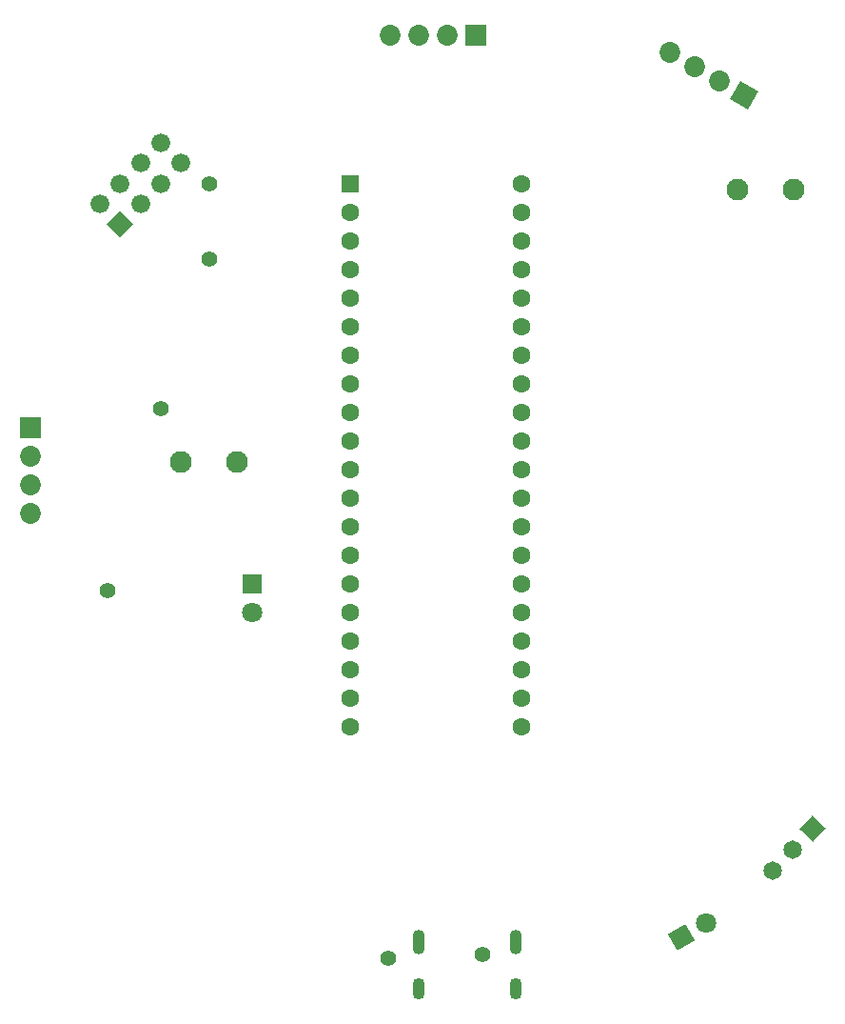
<source format=gbs>
G04*
G04 #@! TF.GenerationSoftware,Altium Limited,Altium Designer,24.6.1 (21)*
G04*
G04 Layer_Color=16711935*
%FSLAX25Y25*%
%MOIN*%
G70*
G04*
G04 #@! TF.SameCoordinates,14203EA7-49FE-442F-A609-4801219AAA54*
G04*
G04*
G04 #@! TF.FilePolarity,Negative*
G04*
G01*
G75*
%ADD42P,0.10314X4X195.0*%
%ADD43C,0.07293*%
%ADD44R,0.07293X0.07293*%
%ADD45R,0.07293X0.07293*%
G04:AMPARAMS|DCode=46|XSize=70.93mil|YSize=66mil|CornerRadius=0mil|HoleSize=0mil|Usage=FLASHONLY|Rotation=30.000|XOffset=0mil|YOffset=0mil|HoleType=Round|Shape=Rectangle|*
%AMROTATEDRECTD46*
4,1,4,-0.01421,-0.04631,-0.04721,0.01085,0.01421,0.04631,0.04721,-0.01085,-0.01421,-0.04631,0.0*
%
%ADD46ROTATEDRECTD46*%

%ADD47C,0.07093*%
%ADD48C,0.06506*%
%ADD49P,0.09200X4X91.0*%
%ADD50O,0.04331X0.08662*%
%ADD51O,0.04331X0.07480*%
%ADD52C,0.07687*%
%ADD53P,0.09334X4X90.0*%
%ADD54C,0.06600*%
%ADD55C,0.06307*%
%ADD56R,0.06307X0.06307*%
%ADD57R,0.06600X0.07093*%
%ADD58C,0.05600*%
D42*
X94820Y140000D02*
D03*
D43*
X86160Y145000D02*
D03*
X77500Y150000D02*
D03*
X68840Y155000D02*
D03*
X-9000Y161000D02*
D03*
X-19000D02*
D03*
X-29000D02*
D03*
X-155000Y13500D02*
D03*
Y3500D02*
D03*
Y-6500D02*
D03*
D44*
X1000Y161000D02*
D03*
D45*
X-155000Y23500D02*
D03*
D46*
X73056Y-154853D02*
D03*
D47*
X81716Y-149853D02*
D03*
X-77500Y-41000D02*
D03*
D48*
X111927Y-124097D02*
D03*
X104980Y-131291D02*
D03*
D49*
X118873Y-116904D02*
D03*
D50*
X-19008Y-156384D02*
D03*
X15008D02*
D03*
D51*
X-19008Y-172841D02*
D03*
X15008D02*
D03*
D52*
X92658Y107000D02*
D03*
X112343D02*
D03*
X-82657Y11500D02*
D03*
X-102342D02*
D03*
D53*
X-123571Y94858D02*
D03*
D54*
X-130642Y101929D02*
D03*
X-116500D02*
D03*
X-123571Y109000D02*
D03*
X-109429D02*
D03*
X-116500Y116071D02*
D03*
X-102358D02*
D03*
X-109429Y123142D02*
D03*
D55*
X-43000Y-41000D02*
D03*
Y-31000D02*
D03*
X17000Y69000D02*
D03*
Y-41000D02*
D03*
X-43000Y-1000D02*
D03*
Y19000D02*
D03*
Y39000D02*
D03*
Y49000D02*
D03*
Y59000D02*
D03*
X17000Y79000D02*
D03*
X-43000Y69000D02*
D03*
X17000Y109000D02*
D03*
Y-21000D02*
D03*
Y-31000D02*
D03*
Y99000D02*
D03*
Y89000D02*
D03*
Y59000D02*
D03*
Y49000D02*
D03*
Y39000D02*
D03*
Y29000D02*
D03*
Y19000D02*
D03*
Y9000D02*
D03*
Y-1000D02*
D03*
Y-11000D02*
D03*
Y-51000D02*
D03*
Y-61000D02*
D03*
Y-71000D02*
D03*
Y-81000D02*
D03*
X-43000D02*
D03*
Y-71000D02*
D03*
Y-61000D02*
D03*
Y-51000D02*
D03*
Y-21000D02*
D03*
Y-11000D02*
D03*
Y9000D02*
D03*
Y29000D02*
D03*
Y79000D02*
D03*
Y89000D02*
D03*
Y99000D02*
D03*
D56*
Y109000D02*
D03*
D57*
X-77500Y-31000D02*
D03*
D58*
X-92403Y82500D02*
D03*
Y109000D02*
D03*
X-128180Y-33600D02*
D03*
X-109300Y30200D02*
D03*
X-29700Y-162000D02*
D03*
X3400Y-160800D02*
D03*
M02*

</source>
